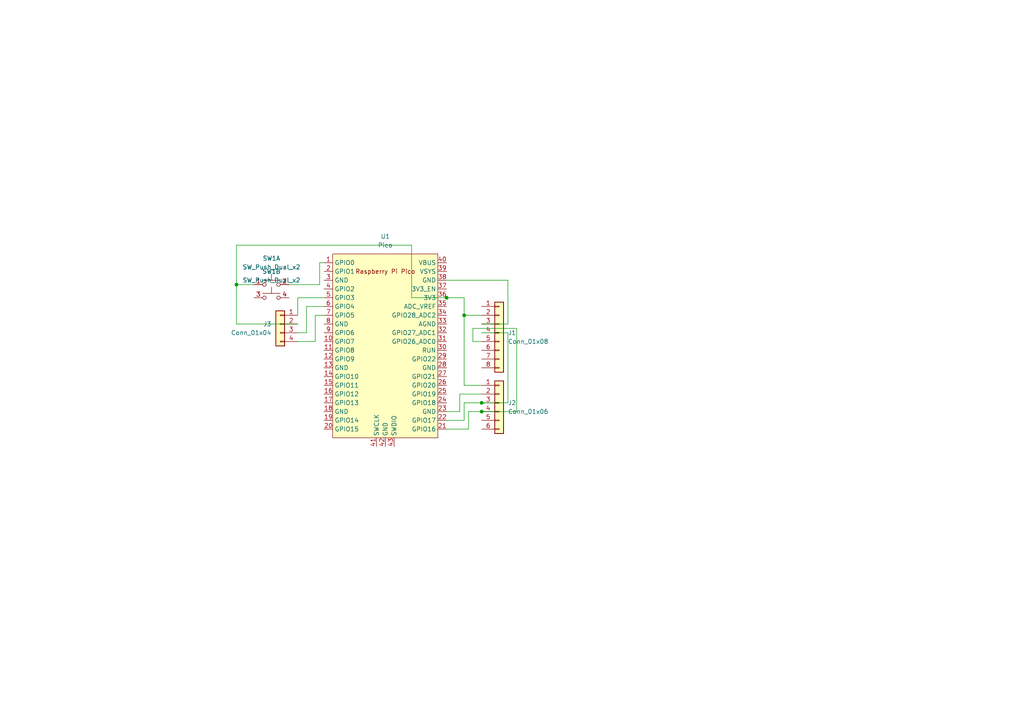
<source format=kicad_sch>
(kicad_sch (version 20231120) (generator "eeschema") (generator_version "8.0")
  (paper "A4")
  (lib_symbols
    (symbol "Connector_Generic:Conn_01x04" (pin_names (offset 1.016) hide)
      (property "Reference" "J" (at 0 5.08 0))
      (property "Value" "Conn_01x04" (at 0 -7.62 0))
      (symbol "Conn_01x04_1_1"
        (rectangle (start -1.27 -4.953) (end 0 -5.207) (stroke (width 0.1524)))
        (rectangle (start -1.27 -2.413) (end 0 -2.667) (stroke (width 0.1524)))
        (rectangle (start -1.27 0.127) (end 0 -0.127) (stroke (width 0.1524)))
        (rectangle (start -1.27 2.667) (end 0 2.413) (stroke (width 0.1524)))
        (rectangle (start -1.27 3.81) (end 1.27 -6.35) (stroke (width 0.254)) (fill (type background)))
        (pin passive line (at -5.08 2.54 0) (length 3.81) (name "Pin_1") (number "1"))
        (pin passive line (at -5.08 0 0) (length 3.81) (name "Pin_2") (number "2"))
        (pin passive line (at -5.08 -2.54 0) (length 3.81) (name "Pin_3") (number "3"))
        (pin passive line (at -5.08 -5.08 0) (length 3.81) (name "Pin_4") (number "4"))
      )
    )
    (symbol "Connector_Generic:Conn_01x06" (pin_names (offset 1.016) hide)
      (property "Reference" "J" (at 0 7.62 0))
      (property "Value" "Conn_01x06" (at 0 -10.16 0))
      (symbol "Conn_01x06_1_1"
        (rectangle (start -1.27 -7.493) (end 0 -7.747) (stroke (width 0.1524)))
        (rectangle (start -1.27 -4.953) (end 0 -5.207) (stroke (width 0.1524)))
        (rectangle (start -1.27 -2.413) (end 0 -2.667) (stroke (width 0.1524)))
        (rectangle (start -1.27 0.127) (end 0 -0.127) (stroke (width 0.1524)))
        (rectangle (start -1.27 2.667) (end 0 2.413) (stroke (width 0.1524)))
        (rectangle (start -1.27 5.207) (end 0 4.953) (stroke (width 0.1524)))
        (rectangle (start -1.27 6.35) (end 1.27 -8.89) (stroke (width 0.254)) (fill (type background)))
        (pin passive line (at -5.08 5.08 0) (length 3.81) (name "Pin_1") (number "1"))
        (pin passive line (at -5.08 2.54 0) (length 3.81) (name "Pin_2") (number "2"))
        (pin passive line (at -5.08 0 0) (length 3.81) (name "Pin_3") (number "3"))
        (pin passive line (at -5.08 -2.54 0) (length 3.81) (name "Pin_4") (number "4"))
        (pin passive line (at -5.08 -5.08 0) (length 3.81) (name "Pin_5") (number "5"))
        (pin passive line (at -5.08 -7.62 0) (length 3.81) (name "Pin_6") (number "6"))
      )
    )
    (symbol "Connector_Generic:Conn_01x08" (pin_names (offset 1.016) hide)
      (property "Reference" "J" (at 0 10.16 0))
      (property "Value" "Conn_01x08" (at 0 -12.7 0))
      (symbol "Conn_01x08_1_1"
        (rectangle (start -1.27 -10.033) (end 0 -10.287) (stroke (width 0.1524)))
        (rectangle (start -1.27 -7.493) (end 0 -7.747) (stroke (width 0.1524)))
        (rectangle (start -1.27 -4.953) (end 0 -5.207) (stroke (width 0.1524)))
        (rectangle (start -1.27 -2.413) (end 0 -2.667) (stroke (width 0.1524)))
        (rectangle (start -1.27 0.127) (end 0 -0.127) (stroke (width 0.1524)))
        (rectangle (start -1.27 2.667) (end 0 2.413) (stroke (width 0.1524)))
        (rectangle (start -1.27 5.207) (end 0 4.953) (stroke (width 0.1524)))
        (rectangle (start -1.27 7.747) (end 0 7.493) (stroke (width 0.1524)))
        (rectangle (start -1.27 8.89) (end 1.27 -11.43) (stroke (width 0.254)) (fill (type background)))
        (pin passive line (at -5.08 7.62 0) (length 3.81) (name "Pin_1") (number "1"))
        (pin passive line (at -5.08 5.08 0) (length 3.81) (name "Pin_2") (number "2"))
        (pin passive line (at -5.08 2.54 0) (length 3.81) (name "Pin_3") (number "3"))
        (pin passive line (at -5.08 0 0) (length 3.81) (name "Pin_4") (number "4"))
        (pin passive line (at -5.08 -2.54 0) (length 3.81) (name "Pin_5") (number "5"))
        (pin passive line (at -5.08 -5.08 0) (length 3.81) (name "Pin_6") (number "6"))
        (pin passive line (at -5.08 -7.62 0) (length 3.81) (name "Pin_7") (number "7"))
        (pin passive line (at -5.08 -10.16 0) (length 3.81) (name "Pin_8") (number "8"))
      )
    )
    (symbol "MCU_RaspberryPi_and_Boards:Pico"
      (property "Reference" "U" (at -13.97 27.94 0))
      (property "Value" "Pico" (at 0 19.05 0))
      (symbol "Pico_0_0"
        (text "Raspberry Pi Pico" (at 0 21.59 0) (effects (font (size 1.27 1.27))))
      )
      (symbol "Pico_0_1"
        (rectangle (start -15.24 26.67) (end 15.24 -26.67) (fill (type background)))
      )
      (symbol "Pico_1_1"
        (pin bidirectional line (at -17.78 24.13 0) (length 2.54) (name "GPIO0") (number "1"))
        (pin bidirectional line (at -17.78 1.27 0) (length 2.54) (name "GPIO7") (number "10"))
        (pin bidirectional line (at -17.78 -1.27 0) (length 2.54) (name "GPIO8") (number "11"))
        (pin bidirectional line (at -17.78 -3.81 0) (length 2.54) (name "GPIO9") (number "12"))
        (pin power_in line (at -17.78 -6.35 0) (length 2.54) (name "GND") (number "13"))
        (pin bidirectional line (at -17.78 -8.89 0) (length 2.54) (name "GPIO10") (number "14"))
        (pin bidirectional line (at -17.78 -11.43 0) (length 2.54) (name "GPIO11") (number "15"))
        (pin bidirectional line (at -17.78 -13.97 0) (length 2.54) (name "GPIO12") (number "16"))
        (pin bidirectional line (at -17.78 -16.51 0) (length 2.54) (name "GPIO13") (number "17"))
        (pin power_in line (at -17.78 -19.05 0) (length 2.54) (name "GND") (number "18"))
        (pin bidirectional line (at -17.78 -21.59 0) (length 2.54) (name "GPIO14") (number "19"))
        (pin bidirectional line (at -17.78 21.59 0) (length 2.54) (name "GPIO1") (number "2"))
        (pin bidirectional line (at -17.78 -24.13 0) (length 2.54) (name "GPIO15") (number "20"))
        (pin bidirectional line (at 17.78 -24.13 180) (length 2.54) (name "GPIO16") (number "21"))
        (pin bidirectional line (at 17.78 -21.59 180) (length 2.54) (name "GPIO17") (number "22"))
        (pin power_in line (at 17.78 -19.05 180) (length 2.54) (name "GND") (number "23"))
        (pin bidirectional line (at 17.78 -16.51 180) (length 2.54) (name "GPIO18") (number "24"))
        (pin bidirectional line (at 17.78 -13.97 180) (length 2.54) (name "GPIO19") (number "25"))
        (pin bidirectional line (at 17.78 -11.43 180) (length 2.54) (name "GPIO20") (number "26"))
        (pin bidirectional line (at 17.78 -8.89 180) (length 2.54) (name "GPIO21") (number "27"))
        (pin power_in line (at 17.78 -6.35 180) (length 2.54) (name "GND") (number "28"))
        (pin bidirectional line (at 17.78 -3.81 180) (length 2.54) (name "GPIO22") (number "29"))
        (pin power_in line (at -17.78 19.05 0) (length 2.54) (name "GND") (number "3"))
        (pin input line (at 17.78 -1.27 180) (length 2.54) (name "RUN") (number "30"))
        (pin bidirectional line (at 17.78 1.27 180) (length 2.54) (name "GPIO26_ADC0") (number "31"))
        (pin bidirectional line (at 17.78 3.81 180) (length 2.54) (name "GPIO27_ADC1") (number "32"))
        (pin power_in line (at 17.78 6.35 180) (length 2.54) (name "AGND") (number "33"))
        (pin bidirectional line (at 17.78 8.89 180) (length 2.54) (name "GPIO28_ADC2") (number "34"))
        (pin power_in line (at 17.78 11.43 180) (length 2.54) (name "ADC_VREF") (number "35"))
        (pin power_in line (at 17.78 13.97 180) (length 2.54) (name "3V3") (number "36"))
        (pin input line (at 17.78 16.51 180) (length 2.54) (name "3V3_EN") (number "37"))
        (pin bidirectional line (at 17.78 19.05 180) (length 2.54) (name "GND") (number "38"))
        (pin power_in line (at 17.78 21.59 180) (length 2.54) (name "VSYS") (number "39"))
        (pin bidirectional line (at -17.78 16.51 0) (length 2.54) (name "GPIO2") (number "4"))
        (pin power_in line (at 17.78 24.13 180) (length 2.54) (name "VBUS") (number "40"))
        (pin input line (at -2.54 -29.21 90) (length 2.54) (name "SWCLK") (number "41"))
        (pin power_in line (at 0 -29.21 90) (length 2.54) (name "GND") (number "42"))
        (pin bidirectional line (at 2.54 -29.21 90) (length 2.54) (name "SWDIO") (number "43"))
        (pin bidirectional line (at -17.78 13.97 0) (length 2.54) (name "GPIO3") (number "5"))
        (pin bidirectional line (at -17.78 11.43 0) (length 2.54) (name "GPIO4") (number "6"))
        (pin bidirectional line (at -17.78 8.89 0) (length 2.54) (name "GPIO5") (number "7"))
        (pin power_in line (at -17.78 6.35 0) (length 2.54) (name "GND") (number "8"))
        (pin bidirectional line (at -17.78 3.81 0) (length 2.54) (name "GPIO6") (number "9"))
      )
    )
    (symbol "Switch:SW_Push_Dual_x2" (pin_names (offset 1.016) hide)
      (property "Reference" "SW" (at 1.27 2.54 0))
      (property "Value" "SW_Push_Dual_x2" (at 0 -1.524 0))
      (symbol "SW_Push_Dual_x2_0_1"
        (circle (center -2.032 0) (radius 0.508))
        (polyline (pts (xy 0 1.27) (xy 0 3.048)))
        (polyline (pts (xy 2.54 1.27) (xy -2.54 1.27)))
        (circle (center 2.032 0) (radius 0.508))
      )
      (symbol "SW_Push_Dual_x2_1_1"
        (pin passive line (at -5.08 0 0) (length 2.54) (name "C") (number "1"))
        (pin passive line (at 5.08 0 180) (length 2.54) (name "D") (number "2"))
      )
      (symbol "SW_Push_Dual_x2_2_1"
        (pin passive line (at -5.08 0 0) (length 2.54) (name "C") (number "3"))
        (pin passive line (at 5.08 0 180) (length 2.54) (name "D") (number "4"))
      )
    )
  )
  (junction (at 68.58 82.55))
  (junction (at 139.7 116.84))
  (junction (at 134.62 91.44))
  (junction (at 139.7 119.38))
  (junction (at 129.54 86.36))
  (wire (pts (xy 86.36 96.52) (xy 88.9 96.52)))
  (wire (pts (xy 119.38 86.36) (xy 129.54 86.36)))
  (wire (pts (xy 129.54 124.46) (xy 135.89 124.46)))
  (wire (pts (xy 68.58 71.12) (xy 119.38 71.12)))
  (wire (pts (xy 147.32 116.84) (xy 139.7 116.84)))
  (wire (pts (xy 92.71 82.55) (xy 92.71 76.2)))
  (wire (pts (xy 134.62 91.44) (xy 134.62 111.76)))
  (wire (pts (xy 129.54 119.38) (xy 133.35 119.38)))
  (wire (pts (xy 147.32 81.28) (xy 129.54 81.28)))
  (wire (pts (xy 149.86 95.25) (xy 149.86 119.38)))
  (wire (pts (xy 73.66 82.55) (xy 68.58 82.55)))
  (wire (pts (xy 119.38 71.12) (xy 119.38 86.36)))
  (wire (pts (xy 92.71 76.2) (xy 93.98 76.2)))
  (wire (pts (xy 149.86 119.38) (xy 139.7 119.38)))
  (wire (pts (xy 135.89 124.46) (xy 135.89 119.38)))
  (wire (pts (xy 91.44 99.06) (xy 91.44 91.44)))
  (wire (pts (xy 133.35 114.3) (xy 139.7 114.3)))
  (wire (pts (xy 139.7 93.98) (xy 147.32 93.98)))
  (wire (pts (xy 134.62 121.92) (xy 134.62 116.84)))
  (wire (pts (xy 139.7 96.52) (xy 147.32 96.52)))
  (wire (pts (xy 137.16 95.25) (xy 149.86 95.25)))
  (wire (pts (xy 147.32 96.52) (xy 147.32 116.84)))
  (wire (pts (xy 134.62 111.76) (xy 139.7 111.76)))
  (wire (pts (xy 134.62 86.36) (xy 134.62 91.44)))
  (wire (pts (xy 86.36 91.44) (xy 86.36 86.36)))
  (wire (pts (xy 68.58 93.98) (xy 68.58 82.55)))
  (wire (pts (xy 134.62 116.84) (xy 139.7 116.84)))
  (wire (pts (xy 86.36 86.36) (xy 93.98 86.36)))
  (wire (pts (xy 135.89 119.38) (xy 139.7 119.38)))
  (wire (pts (xy 83.82 82.55) (xy 92.71 82.55)))
  (wire (pts (xy 68.58 93.98) (xy 86.36 93.98)))
  (wire (pts (xy 137.16 99.06) (xy 137.16 95.25)))
  (wire (pts (xy 88.9 96.52) (xy 88.9 88.9)))
  (wire (pts (xy 68.58 82.55) (xy 68.58 71.12)))
  (wire (pts (xy 139.7 99.06) (xy 137.16 99.06)))
  (wire (pts (xy 134.62 91.44) (xy 139.7 91.44)))
  (wire (pts (xy 91.44 91.44) (xy 93.98 91.44)))
  (wire (pts (xy 129.54 121.92) (xy 134.62 121.92)))
  (wire (pts (xy 129.54 86.36) (xy 134.62 86.36)))
  (wire (pts (xy 88.9 88.9) (xy 93.98 88.9)))
  (wire (pts (xy 133.35 119.38) (xy 133.35 114.3)))
  (wire (pts (xy 86.36 99.06) (xy 91.44 99.06)))
  (wire (pts (xy 147.32 93.98) (xy 147.32 81.28)))
  (symbol (lib_id "Connector_Generic:Conn_01x06") (at 144.78 116.84 0) (unit 1)
    (property "Reference" "J2" (at 147.32 116.8399 0) (effects (justify left)))
    (property "Value" "Conn_01x06" (at 147.32 119.3799 0) (effects (justify left)))
    (property "Description" "Generic connector, single row, 01x06, script generated (kicad-library-utils/schlib/autogen/connector/)" (effects (hide yes)))
  )
  (symbol (lib_id "Switch:SW_Push_Dual_x2") (at 78.74 86.36 0) (unit 2)
    (property "Reference" "SW1" (at 78.74 78.74 0))
    (property "Value" "SW_Push_Dual_x2" (at 78.74 81.28 0))
    (property "Description" "Push button switch, generic, separate symbols, four pins" (effects (hide yes)))
  )
  (symbol (lib_id "Switch:SW_Push_Dual_x2") (at 78.74 82.55 0) (unit 1)
    (property "Reference" "SW1" (at 78.74 74.93 0))
    (property "Value" "SW_Push_Dual_x2" (at 78.74 77.47 0))
    (property "Description" "Push button switch, generic, separate symbols, four pins" (effects (hide yes)))
  )
  (symbol (lib_id "MCU_RaspberryPi_and_Boards:Pico") (at 111.76 100.33 0) (unit 1)
    (property "Reference" "U1" (at 111.76 68.58 0))
    (property "Value" "Pico" (at 111.76 71.12 0))
    (property "Footprint" "RPi_Pico:RPi_Pico_SMD_TH" (effects (hide yes)))
  )
  (symbol (lib_id "Connector_Generic:Conn_01x04") (at 81.28 93.98 0) (mirror y) (unit 1)
    (property "Reference" "J3" (at 78.74 93.9799 0) (effects (justify left)))
    (property "Value" "Conn_01x04" (at 78.74 96.5199 0) (effects (justify left)))
    (property "Description" "Generic connector, single row, 01x04, script generated (kicad-library-utils/schlib/autogen/connector/)" (effects (hide yes)))
  )
  (symbol (lib_id "Connector_Generic:Conn_01x08") (at 144.78 96.52 0) (unit 1)
    (property "Reference" "J1" (at 147.32 96.5199 0) (effects (justify left)))
    (property "Value" "Conn_01x08" (at 147.32 99.0599 0) (effects (justify left)))
    (property "Description" "Generic connector, single row, 01x08, script generated (kicad-library-utils/schlib/autogen/connector/)" (effects (hide yes)))
  )
)
</source>
